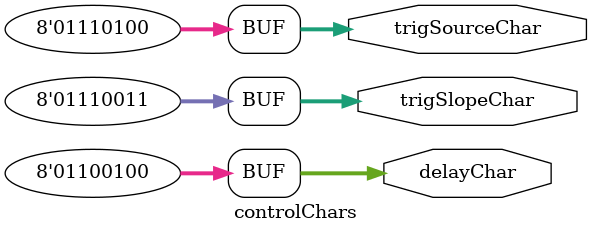
<source format=v>
module controlChars(delayChar, trigSourceChar, trigSlopeChar);

output reg [7:0] delayChar  = 8'b01100100;
output reg [7:0] trigSourceChar = 8'b01110100;
output reg [7:0] trigSlopeChar = 8'b01110011;

endmodule

</source>
